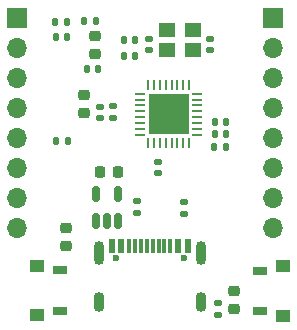
<source format=gts>
%TF.GenerationSoftware,KiCad,Pcbnew,(6.0.7)*%
%TF.CreationDate,2022-08-05T17:10:29+02:00*%
%TF.ProjectId,C3_mini,43335f6d-696e-4692-9e6b-696361645f70,rev?*%
%TF.SameCoordinates,Original*%
%TF.FileFunction,Soldermask,Top*%
%TF.FilePolarity,Negative*%
%FSLAX46Y46*%
G04 Gerber Fmt 4.6, Leading zero omitted, Abs format (unit mm)*
G04 Created by KiCad (PCBNEW (6.0.7)) date 2022-08-05 17:10:29*
%MOMM*%
%LPD*%
G01*
G04 APERTURE LIST*
G04 Aperture macros list*
%AMRoundRect*
0 Rectangle with rounded corners*
0 $1 Rounding radius*
0 $2 $3 $4 $5 $6 $7 $8 $9 X,Y pos of 4 corners*
0 Add a 4 corners polygon primitive as box body*
4,1,4,$2,$3,$4,$5,$6,$7,$8,$9,$2,$3,0*
0 Add four circle primitives for the rounded corners*
1,1,$1+$1,$2,$3*
1,1,$1+$1,$4,$5*
1,1,$1+$1,$6,$7*
1,1,$1+$1,$8,$9*
0 Add four rect primitives between the rounded corners*
20,1,$1+$1,$2,$3,$4,$5,0*
20,1,$1+$1,$4,$5,$6,$7,0*
20,1,$1+$1,$6,$7,$8,$9,0*
20,1,$1+$1,$8,$9,$2,$3,0*%
G04 Aperture macros list end*
%ADD10RoundRect,0.140000X0.140000X0.170000X-0.140000X0.170000X-0.140000X-0.170000X0.140000X-0.170000X0*%
%ADD11RoundRect,0.225000X-0.250000X0.225000X-0.250000X-0.225000X0.250000X-0.225000X0.250000X0.225000X0*%
%ADD12RoundRect,0.135000X0.185000X-0.135000X0.185000X0.135000X-0.185000X0.135000X-0.185000X-0.135000X0*%
%ADD13R,1.700000X1.700000*%
%ADD14O,1.700000X1.700000*%
%ADD15R,1.200000X0.700000*%
%ADD16R,1.300000X1.100000*%
%ADD17RoundRect,0.135000X0.135000X0.185000X-0.135000X0.185000X-0.135000X-0.185000X0.135000X-0.185000X0*%
%ADD18RoundRect,0.150000X0.150000X-0.512500X0.150000X0.512500X-0.150000X0.512500X-0.150000X-0.512500X0*%
%ADD19RoundRect,0.225000X-0.225000X-0.250000X0.225000X-0.250000X0.225000X0.250000X-0.225000X0.250000X0*%
%ADD20RoundRect,0.062500X-0.375000X-0.062500X0.375000X-0.062500X0.375000X0.062500X-0.375000X0.062500X0*%
%ADD21RoundRect,0.062500X-0.062500X-0.375000X0.062500X-0.375000X0.062500X0.375000X-0.062500X0.375000X0*%
%ADD22R,3.450000X3.450000*%
%ADD23R,1.400000X1.200000*%
%ADD24RoundRect,0.140000X-0.170000X0.140000X-0.170000X-0.140000X0.170000X-0.140000X0.170000X0.140000X0*%
%ADD25RoundRect,0.218750X-0.256250X0.218750X-0.256250X-0.218750X0.256250X-0.218750X0.256250X0.218750X0*%
%ADD26C,0.600000*%
%ADD27R,0.600000X1.160000*%
%ADD28R,0.300000X1.160000*%
%ADD29O,0.900000X2.000000*%
%ADD30O,0.900000X1.700000*%
%ADD31RoundRect,0.140000X-0.140000X-0.170000X0.140000X-0.170000X0.140000X0.170000X-0.140000X0.170000X0*%
%ADD32RoundRect,0.140000X0.170000X-0.140000X0.170000X0.140000X-0.170000X0.140000X-0.170000X-0.140000X0*%
G04 APERTURE END LIST*
D10*
%TO.C,C14*%
X35805000Y-36925000D03*
X34845000Y-36925000D03*
%TD*%
D11*
%TO.C,C17*%
X35700000Y-53100000D03*
X35700000Y-54650000D03*
%TD*%
D12*
%TO.C,R1*%
X41725000Y-51810000D03*
X41725000Y-50790000D03*
%TD*%
D13*
%TO.C,J2*%
X31575000Y-35350000D03*
D14*
X31575000Y-37890000D03*
X31575000Y-40430000D03*
X31575000Y-42970000D03*
X31575000Y-45510000D03*
X31575000Y-48050000D03*
X31575000Y-50590000D03*
X31575000Y-53130000D03*
%TD*%
D15*
%TO.C,SW1*%
X35225000Y-56700000D03*
X35225000Y-60100000D03*
D16*
X33275000Y-60500000D03*
X33275000Y-56300000D03*
%TD*%
D17*
%TO.C,R4*%
X35850000Y-45775000D03*
X34830000Y-45775000D03*
%TD*%
D18*
%TO.C,PS1*%
X38250000Y-52487500D03*
X39200000Y-52487500D03*
X40150000Y-52487500D03*
X40150000Y-50212500D03*
X38250000Y-50212500D03*
%TD*%
D17*
%TO.C,R3*%
X35810000Y-35650000D03*
X34790000Y-35650000D03*
%TD*%
D19*
%TO.C,C18*%
X38550000Y-48375000D03*
X40100000Y-48375000D03*
%TD*%
D10*
%TO.C,C16*%
X38430000Y-39650000D03*
X37470000Y-39650000D03*
%TD*%
D20*
%TO.C,U1*%
X41962500Y-41725000D03*
X41962500Y-42225000D03*
X41962500Y-42725000D03*
X41962500Y-43225000D03*
X41962500Y-43725000D03*
X41962500Y-44225000D03*
X41962500Y-44725000D03*
X41962500Y-45225000D03*
D21*
X42650000Y-45912500D03*
X43150000Y-45912500D03*
X43650000Y-45912500D03*
X44150000Y-45912500D03*
X44650000Y-45912500D03*
X45150000Y-45912500D03*
X45650000Y-45912500D03*
X46150000Y-45912500D03*
D20*
X46837500Y-45225000D03*
X46837500Y-44725000D03*
X46837500Y-44225000D03*
X46837500Y-43725000D03*
X46837500Y-43225000D03*
X46837500Y-42725000D03*
X46837500Y-42225000D03*
X46837500Y-41725000D03*
D21*
X46150000Y-41037500D03*
X45650000Y-41037500D03*
X45150000Y-41037500D03*
X44650000Y-41037500D03*
X44150000Y-41037500D03*
X43650000Y-41037500D03*
X43150000Y-41037500D03*
X42650000Y-41037500D03*
D22*
X44400000Y-43475000D03*
%TD*%
D23*
%TO.C,Y1*%
X44225000Y-38000000D03*
X46425000Y-38000000D03*
X46425000Y-36300000D03*
X44225000Y-36300000D03*
%TD*%
D13*
%TO.C,J3*%
X53200000Y-35325000D03*
D14*
X53200000Y-37865000D03*
X53200000Y-40405000D03*
X53200000Y-42945000D03*
X53200000Y-45485000D03*
X53200000Y-48025000D03*
X53200000Y-50565000D03*
X53200000Y-53105000D03*
%TD*%
D24*
%TO.C,C4*%
X38600000Y-42845000D03*
X38600000Y-43805000D03*
%TD*%
D25*
%TO.C,LED1*%
X49950000Y-58400000D03*
X49950000Y-59975000D03*
%TD*%
D12*
%TO.C,R5*%
X48600000Y-60510000D03*
X48600000Y-59490000D03*
%TD*%
D24*
%TO.C,C12*%
X42700000Y-37070000D03*
X42700000Y-38030000D03*
%TD*%
D12*
%TO.C,R2*%
X45675000Y-51910000D03*
X45675000Y-50890000D03*
%TD*%
D26*
%TO.C,J1*%
X39910000Y-55675000D03*
X45690000Y-55675000D03*
D27*
X39600000Y-54615000D03*
X40400000Y-54615000D03*
D28*
X41550000Y-54615000D03*
X42550000Y-54615000D03*
X43050000Y-54615000D03*
X44050000Y-54615000D03*
D27*
X45200000Y-54615000D03*
X46000000Y-54615000D03*
X46000000Y-54615000D03*
X45200000Y-54615000D03*
D28*
X44550000Y-54615000D03*
X43550000Y-54615000D03*
X42050000Y-54615000D03*
X41050000Y-54615000D03*
D27*
X40400000Y-54615000D03*
X39600000Y-54615000D03*
D29*
X38480000Y-55195000D03*
X47120000Y-55195000D03*
D30*
X47120000Y-59365000D03*
X38480000Y-59365000D03*
%TD*%
D11*
%TO.C,C3*%
X37200000Y-41825000D03*
X37200000Y-43375000D03*
%TD*%
D10*
%TO.C,C15*%
X38230000Y-35600000D03*
X37270000Y-35600000D03*
%TD*%
%TO.C,C1*%
X41580000Y-37150000D03*
X40620000Y-37150000D03*
%TD*%
D15*
%TO.C,SW2*%
X52100000Y-60125000D03*
X52100000Y-56725000D03*
D16*
X54050000Y-56325000D03*
X54050000Y-60525000D03*
%TD*%
D31*
%TO.C,C11*%
X48320000Y-44125000D03*
X49280000Y-44125000D03*
%TD*%
%TO.C,C8*%
X48320000Y-45150000D03*
X49280000Y-45150000D03*
%TD*%
D24*
%TO.C,C7*%
X43500000Y-47520000D03*
X43500000Y-48480000D03*
%TD*%
%TO.C,C6*%
X39675000Y-42795000D03*
X39675000Y-43755000D03*
%TD*%
D25*
%TO.C,L1*%
X38150000Y-36812500D03*
X38150000Y-38387500D03*
%TD*%
D17*
%TO.C,R6*%
X49285000Y-46250000D03*
X48265000Y-46250000D03*
%TD*%
D10*
%TO.C,C5*%
X41580000Y-38550000D03*
X40620000Y-38550000D03*
%TD*%
D32*
%TO.C,C13*%
X47900000Y-38030000D03*
X47900000Y-37070000D03*
%TD*%
M02*

</source>
